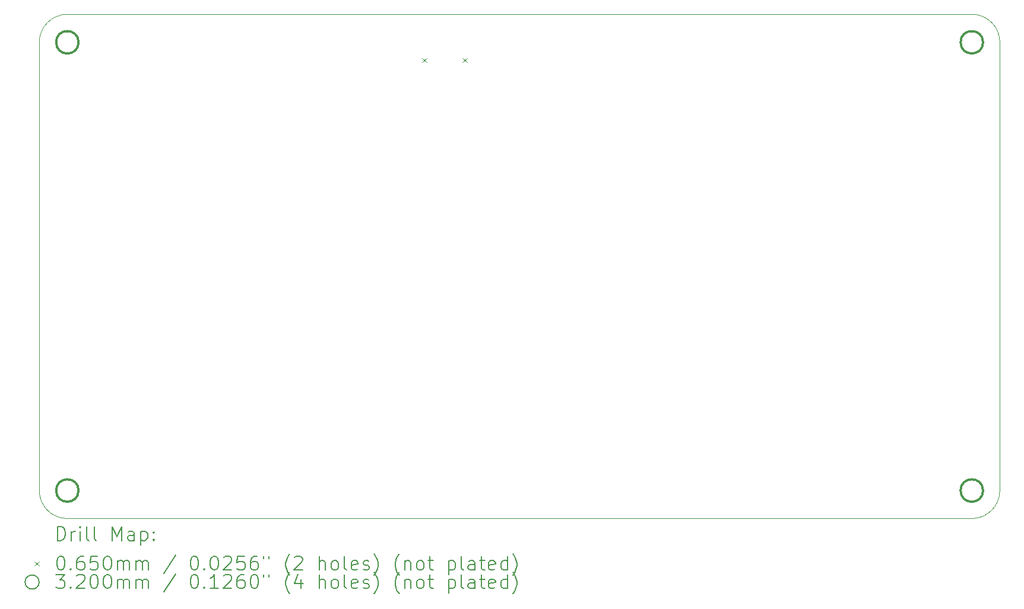
<source format=gbr>
%TF.GenerationSoftware,KiCad,Pcbnew,8.0.5*%
%TF.CreationDate,2025-01-19T00:45:54+09:00*%
%TF.ProjectId,NERD-HPC,4e455244-2d48-4504-932e-6b696361645f,rev?*%
%TF.SameCoordinates,Original*%
%TF.FileFunction,Drillmap*%
%TF.FilePolarity,Positive*%
%FSLAX45Y45*%
G04 Gerber Fmt 4.5, Leading zero omitted, Abs format (unit mm)*
G04 Created by KiCad (PCBNEW 8.0.5) date 2025-01-19 00:45:54*
%MOMM*%
%LPD*%
G01*
G04 APERTURE LIST*
%ADD10C,0.050000*%
%ADD11C,0.200000*%
%ADD12C,0.100000*%
%ADD13C,0.320000*%
G04 APERTURE END LIST*
D10*
X9300000Y-14500000D02*
G75*
G02*
X8900000Y-14100000I0J400000D01*
G01*
X22200000Y-7300000D02*
X9300000Y-7300000D01*
X22200000Y-7300000D02*
G75*
G02*
X22600000Y-7700000I0J-400000D01*
G01*
X8900000Y-7700000D02*
G75*
G02*
X9300000Y-7300000I400000J0D01*
G01*
X22600000Y-14100000D02*
X22600000Y-7700000D01*
X9300000Y-14500000D02*
X22200000Y-14500000D01*
X8900000Y-7700000D02*
X8900000Y-14100000D01*
X22600000Y-14100000D02*
G75*
G02*
X22200000Y-14500000I-400000J0D01*
G01*
D11*
D12*
X14359700Y-7924200D02*
X14424700Y-7989200D01*
X14424700Y-7924200D02*
X14359700Y-7989200D01*
X14937700Y-7924200D02*
X15002700Y-7989200D01*
X15002700Y-7924200D02*
X14937700Y-7989200D01*
D13*
X9460000Y-7700000D02*
G75*
G02*
X9140000Y-7700000I-160000J0D01*
G01*
X9140000Y-7700000D02*
G75*
G02*
X9460000Y-7700000I160000J0D01*
G01*
X9460000Y-14100000D02*
G75*
G02*
X9140000Y-14100000I-160000J0D01*
G01*
X9140000Y-14100000D02*
G75*
G02*
X9460000Y-14100000I160000J0D01*
G01*
X22360000Y-7700000D02*
G75*
G02*
X22040000Y-7700000I-160000J0D01*
G01*
X22040000Y-7700000D02*
G75*
G02*
X22360000Y-7700000I160000J0D01*
G01*
X22360000Y-14100000D02*
G75*
G02*
X22040000Y-14100000I-160000J0D01*
G01*
X22040000Y-14100000D02*
G75*
G02*
X22360000Y-14100000I160000J0D01*
G01*
D11*
X9158277Y-14813984D02*
X9158277Y-14613984D01*
X9158277Y-14613984D02*
X9205896Y-14613984D01*
X9205896Y-14613984D02*
X9234467Y-14623508D01*
X9234467Y-14623508D02*
X9253515Y-14642555D01*
X9253515Y-14642555D02*
X9263039Y-14661603D01*
X9263039Y-14661603D02*
X9272563Y-14699698D01*
X9272563Y-14699698D02*
X9272563Y-14728269D01*
X9272563Y-14728269D02*
X9263039Y-14766365D01*
X9263039Y-14766365D02*
X9253515Y-14785412D01*
X9253515Y-14785412D02*
X9234467Y-14804460D01*
X9234467Y-14804460D02*
X9205896Y-14813984D01*
X9205896Y-14813984D02*
X9158277Y-14813984D01*
X9358277Y-14813984D02*
X9358277Y-14680650D01*
X9358277Y-14718746D02*
X9367801Y-14699698D01*
X9367801Y-14699698D02*
X9377324Y-14690174D01*
X9377324Y-14690174D02*
X9396372Y-14680650D01*
X9396372Y-14680650D02*
X9415420Y-14680650D01*
X9482086Y-14813984D02*
X9482086Y-14680650D01*
X9482086Y-14613984D02*
X9472563Y-14623508D01*
X9472563Y-14623508D02*
X9482086Y-14633031D01*
X9482086Y-14633031D02*
X9491610Y-14623508D01*
X9491610Y-14623508D02*
X9482086Y-14613984D01*
X9482086Y-14613984D02*
X9482086Y-14633031D01*
X9605896Y-14813984D02*
X9586848Y-14804460D01*
X9586848Y-14804460D02*
X9577324Y-14785412D01*
X9577324Y-14785412D02*
X9577324Y-14613984D01*
X9710658Y-14813984D02*
X9691610Y-14804460D01*
X9691610Y-14804460D02*
X9682086Y-14785412D01*
X9682086Y-14785412D02*
X9682086Y-14613984D01*
X9939229Y-14813984D02*
X9939229Y-14613984D01*
X9939229Y-14613984D02*
X10005896Y-14756841D01*
X10005896Y-14756841D02*
X10072563Y-14613984D01*
X10072563Y-14613984D02*
X10072563Y-14813984D01*
X10253515Y-14813984D02*
X10253515Y-14709222D01*
X10253515Y-14709222D02*
X10243991Y-14690174D01*
X10243991Y-14690174D02*
X10224944Y-14680650D01*
X10224944Y-14680650D02*
X10186848Y-14680650D01*
X10186848Y-14680650D02*
X10167801Y-14690174D01*
X10253515Y-14804460D02*
X10234467Y-14813984D01*
X10234467Y-14813984D02*
X10186848Y-14813984D01*
X10186848Y-14813984D02*
X10167801Y-14804460D01*
X10167801Y-14804460D02*
X10158277Y-14785412D01*
X10158277Y-14785412D02*
X10158277Y-14766365D01*
X10158277Y-14766365D02*
X10167801Y-14747317D01*
X10167801Y-14747317D02*
X10186848Y-14737793D01*
X10186848Y-14737793D02*
X10234467Y-14737793D01*
X10234467Y-14737793D02*
X10253515Y-14728269D01*
X10348753Y-14680650D02*
X10348753Y-14880650D01*
X10348753Y-14690174D02*
X10367801Y-14680650D01*
X10367801Y-14680650D02*
X10405896Y-14680650D01*
X10405896Y-14680650D02*
X10424944Y-14690174D01*
X10424944Y-14690174D02*
X10434467Y-14699698D01*
X10434467Y-14699698D02*
X10443991Y-14718746D01*
X10443991Y-14718746D02*
X10443991Y-14775888D01*
X10443991Y-14775888D02*
X10434467Y-14794936D01*
X10434467Y-14794936D02*
X10424944Y-14804460D01*
X10424944Y-14804460D02*
X10405896Y-14813984D01*
X10405896Y-14813984D02*
X10367801Y-14813984D01*
X10367801Y-14813984D02*
X10348753Y-14804460D01*
X10529705Y-14794936D02*
X10539229Y-14804460D01*
X10539229Y-14804460D02*
X10529705Y-14813984D01*
X10529705Y-14813984D02*
X10520182Y-14804460D01*
X10520182Y-14804460D02*
X10529705Y-14794936D01*
X10529705Y-14794936D02*
X10529705Y-14813984D01*
X10529705Y-14690174D02*
X10539229Y-14699698D01*
X10539229Y-14699698D02*
X10529705Y-14709222D01*
X10529705Y-14709222D02*
X10520182Y-14699698D01*
X10520182Y-14699698D02*
X10529705Y-14690174D01*
X10529705Y-14690174D02*
X10529705Y-14709222D01*
D12*
X8832500Y-15110000D02*
X8897500Y-15175000D01*
X8897500Y-15110000D02*
X8832500Y-15175000D01*
D11*
X9196372Y-15033984D02*
X9215420Y-15033984D01*
X9215420Y-15033984D02*
X9234467Y-15043508D01*
X9234467Y-15043508D02*
X9243991Y-15053031D01*
X9243991Y-15053031D02*
X9253515Y-15072079D01*
X9253515Y-15072079D02*
X9263039Y-15110174D01*
X9263039Y-15110174D02*
X9263039Y-15157793D01*
X9263039Y-15157793D02*
X9253515Y-15195888D01*
X9253515Y-15195888D02*
X9243991Y-15214936D01*
X9243991Y-15214936D02*
X9234467Y-15224460D01*
X9234467Y-15224460D02*
X9215420Y-15233984D01*
X9215420Y-15233984D02*
X9196372Y-15233984D01*
X9196372Y-15233984D02*
X9177324Y-15224460D01*
X9177324Y-15224460D02*
X9167801Y-15214936D01*
X9167801Y-15214936D02*
X9158277Y-15195888D01*
X9158277Y-15195888D02*
X9148753Y-15157793D01*
X9148753Y-15157793D02*
X9148753Y-15110174D01*
X9148753Y-15110174D02*
X9158277Y-15072079D01*
X9158277Y-15072079D02*
X9167801Y-15053031D01*
X9167801Y-15053031D02*
X9177324Y-15043508D01*
X9177324Y-15043508D02*
X9196372Y-15033984D01*
X9348753Y-15214936D02*
X9358277Y-15224460D01*
X9358277Y-15224460D02*
X9348753Y-15233984D01*
X9348753Y-15233984D02*
X9339229Y-15224460D01*
X9339229Y-15224460D02*
X9348753Y-15214936D01*
X9348753Y-15214936D02*
X9348753Y-15233984D01*
X9529705Y-15033984D02*
X9491610Y-15033984D01*
X9491610Y-15033984D02*
X9472563Y-15043508D01*
X9472563Y-15043508D02*
X9463039Y-15053031D01*
X9463039Y-15053031D02*
X9443991Y-15081603D01*
X9443991Y-15081603D02*
X9434467Y-15119698D01*
X9434467Y-15119698D02*
X9434467Y-15195888D01*
X9434467Y-15195888D02*
X9443991Y-15214936D01*
X9443991Y-15214936D02*
X9453515Y-15224460D01*
X9453515Y-15224460D02*
X9472563Y-15233984D01*
X9472563Y-15233984D02*
X9510658Y-15233984D01*
X9510658Y-15233984D02*
X9529705Y-15224460D01*
X9529705Y-15224460D02*
X9539229Y-15214936D01*
X9539229Y-15214936D02*
X9548753Y-15195888D01*
X9548753Y-15195888D02*
X9548753Y-15148269D01*
X9548753Y-15148269D02*
X9539229Y-15129222D01*
X9539229Y-15129222D02*
X9529705Y-15119698D01*
X9529705Y-15119698D02*
X9510658Y-15110174D01*
X9510658Y-15110174D02*
X9472563Y-15110174D01*
X9472563Y-15110174D02*
X9453515Y-15119698D01*
X9453515Y-15119698D02*
X9443991Y-15129222D01*
X9443991Y-15129222D02*
X9434467Y-15148269D01*
X9729705Y-15033984D02*
X9634467Y-15033984D01*
X9634467Y-15033984D02*
X9624944Y-15129222D01*
X9624944Y-15129222D02*
X9634467Y-15119698D01*
X9634467Y-15119698D02*
X9653515Y-15110174D01*
X9653515Y-15110174D02*
X9701134Y-15110174D01*
X9701134Y-15110174D02*
X9720182Y-15119698D01*
X9720182Y-15119698D02*
X9729705Y-15129222D01*
X9729705Y-15129222D02*
X9739229Y-15148269D01*
X9739229Y-15148269D02*
X9739229Y-15195888D01*
X9739229Y-15195888D02*
X9729705Y-15214936D01*
X9729705Y-15214936D02*
X9720182Y-15224460D01*
X9720182Y-15224460D02*
X9701134Y-15233984D01*
X9701134Y-15233984D02*
X9653515Y-15233984D01*
X9653515Y-15233984D02*
X9634467Y-15224460D01*
X9634467Y-15224460D02*
X9624944Y-15214936D01*
X9863039Y-15033984D02*
X9882086Y-15033984D01*
X9882086Y-15033984D02*
X9901134Y-15043508D01*
X9901134Y-15043508D02*
X9910658Y-15053031D01*
X9910658Y-15053031D02*
X9920182Y-15072079D01*
X9920182Y-15072079D02*
X9929705Y-15110174D01*
X9929705Y-15110174D02*
X9929705Y-15157793D01*
X9929705Y-15157793D02*
X9920182Y-15195888D01*
X9920182Y-15195888D02*
X9910658Y-15214936D01*
X9910658Y-15214936D02*
X9901134Y-15224460D01*
X9901134Y-15224460D02*
X9882086Y-15233984D01*
X9882086Y-15233984D02*
X9863039Y-15233984D01*
X9863039Y-15233984D02*
X9843991Y-15224460D01*
X9843991Y-15224460D02*
X9834467Y-15214936D01*
X9834467Y-15214936D02*
X9824944Y-15195888D01*
X9824944Y-15195888D02*
X9815420Y-15157793D01*
X9815420Y-15157793D02*
X9815420Y-15110174D01*
X9815420Y-15110174D02*
X9824944Y-15072079D01*
X9824944Y-15072079D02*
X9834467Y-15053031D01*
X9834467Y-15053031D02*
X9843991Y-15043508D01*
X9843991Y-15043508D02*
X9863039Y-15033984D01*
X10015420Y-15233984D02*
X10015420Y-15100650D01*
X10015420Y-15119698D02*
X10024944Y-15110174D01*
X10024944Y-15110174D02*
X10043991Y-15100650D01*
X10043991Y-15100650D02*
X10072563Y-15100650D01*
X10072563Y-15100650D02*
X10091610Y-15110174D01*
X10091610Y-15110174D02*
X10101134Y-15129222D01*
X10101134Y-15129222D02*
X10101134Y-15233984D01*
X10101134Y-15129222D02*
X10110658Y-15110174D01*
X10110658Y-15110174D02*
X10129705Y-15100650D01*
X10129705Y-15100650D02*
X10158277Y-15100650D01*
X10158277Y-15100650D02*
X10177325Y-15110174D01*
X10177325Y-15110174D02*
X10186848Y-15129222D01*
X10186848Y-15129222D02*
X10186848Y-15233984D01*
X10282086Y-15233984D02*
X10282086Y-15100650D01*
X10282086Y-15119698D02*
X10291610Y-15110174D01*
X10291610Y-15110174D02*
X10310658Y-15100650D01*
X10310658Y-15100650D02*
X10339229Y-15100650D01*
X10339229Y-15100650D02*
X10358277Y-15110174D01*
X10358277Y-15110174D02*
X10367801Y-15129222D01*
X10367801Y-15129222D02*
X10367801Y-15233984D01*
X10367801Y-15129222D02*
X10377325Y-15110174D01*
X10377325Y-15110174D02*
X10396372Y-15100650D01*
X10396372Y-15100650D02*
X10424944Y-15100650D01*
X10424944Y-15100650D02*
X10443991Y-15110174D01*
X10443991Y-15110174D02*
X10453515Y-15129222D01*
X10453515Y-15129222D02*
X10453515Y-15233984D01*
X10843991Y-15024460D02*
X10672563Y-15281603D01*
X11101134Y-15033984D02*
X11120182Y-15033984D01*
X11120182Y-15033984D02*
X11139229Y-15043508D01*
X11139229Y-15043508D02*
X11148753Y-15053031D01*
X11148753Y-15053031D02*
X11158277Y-15072079D01*
X11158277Y-15072079D02*
X11167801Y-15110174D01*
X11167801Y-15110174D02*
X11167801Y-15157793D01*
X11167801Y-15157793D02*
X11158277Y-15195888D01*
X11158277Y-15195888D02*
X11148753Y-15214936D01*
X11148753Y-15214936D02*
X11139229Y-15224460D01*
X11139229Y-15224460D02*
X11120182Y-15233984D01*
X11120182Y-15233984D02*
X11101134Y-15233984D01*
X11101134Y-15233984D02*
X11082087Y-15224460D01*
X11082087Y-15224460D02*
X11072563Y-15214936D01*
X11072563Y-15214936D02*
X11063039Y-15195888D01*
X11063039Y-15195888D02*
X11053515Y-15157793D01*
X11053515Y-15157793D02*
X11053515Y-15110174D01*
X11053515Y-15110174D02*
X11063039Y-15072079D01*
X11063039Y-15072079D02*
X11072563Y-15053031D01*
X11072563Y-15053031D02*
X11082087Y-15043508D01*
X11082087Y-15043508D02*
X11101134Y-15033984D01*
X11253515Y-15214936D02*
X11263039Y-15224460D01*
X11263039Y-15224460D02*
X11253515Y-15233984D01*
X11253515Y-15233984D02*
X11243991Y-15224460D01*
X11243991Y-15224460D02*
X11253515Y-15214936D01*
X11253515Y-15214936D02*
X11253515Y-15233984D01*
X11386848Y-15033984D02*
X11405896Y-15033984D01*
X11405896Y-15033984D02*
X11424944Y-15043508D01*
X11424944Y-15043508D02*
X11434467Y-15053031D01*
X11434467Y-15053031D02*
X11443991Y-15072079D01*
X11443991Y-15072079D02*
X11453515Y-15110174D01*
X11453515Y-15110174D02*
X11453515Y-15157793D01*
X11453515Y-15157793D02*
X11443991Y-15195888D01*
X11443991Y-15195888D02*
X11434467Y-15214936D01*
X11434467Y-15214936D02*
X11424944Y-15224460D01*
X11424944Y-15224460D02*
X11405896Y-15233984D01*
X11405896Y-15233984D02*
X11386848Y-15233984D01*
X11386848Y-15233984D02*
X11367801Y-15224460D01*
X11367801Y-15224460D02*
X11358277Y-15214936D01*
X11358277Y-15214936D02*
X11348753Y-15195888D01*
X11348753Y-15195888D02*
X11339229Y-15157793D01*
X11339229Y-15157793D02*
X11339229Y-15110174D01*
X11339229Y-15110174D02*
X11348753Y-15072079D01*
X11348753Y-15072079D02*
X11358277Y-15053031D01*
X11358277Y-15053031D02*
X11367801Y-15043508D01*
X11367801Y-15043508D02*
X11386848Y-15033984D01*
X11529706Y-15053031D02*
X11539229Y-15043508D01*
X11539229Y-15043508D02*
X11558277Y-15033984D01*
X11558277Y-15033984D02*
X11605896Y-15033984D01*
X11605896Y-15033984D02*
X11624944Y-15043508D01*
X11624944Y-15043508D02*
X11634467Y-15053031D01*
X11634467Y-15053031D02*
X11643991Y-15072079D01*
X11643991Y-15072079D02*
X11643991Y-15091127D01*
X11643991Y-15091127D02*
X11634467Y-15119698D01*
X11634467Y-15119698D02*
X11520182Y-15233984D01*
X11520182Y-15233984D02*
X11643991Y-15233984D01*
X11824944Y-15033984D02*
X11729706Y-15033984D01*
X11729706Y-15033984D02*
X11720182Y-15129222D01*
X11720182Y-15129222D02*
X11729706Y-15119698D01*
X11729706Y-15119698D02*
X11748753Y-15110174D01*
X11748753Y-15110174D02*
X11796372Y-15110174D01*
X11796372Y-15110174D02*
X11815420Y-15119698D01*
X11815420Y-15119698D02*
X11824944Y-15129222D01*
X11824944Y-15129222D02*
X11834467Y-15148269D01*
X11834467Y-15148269D02*
X11834467Y-15195888D01*
X11834467Y-15195888D02*
X11824944Y-15214936D01*
X11824944Y-15214936D02*
X11815420Y-15224460D01*
X11815420Y-15224460D02*
X11796372Y-15233984D01*
X11796372Y-15233984D02*
X11748753Y-15233984D01*
X11748753Y-15233984D02*
X11729706Y-15224460D01*
X11729706Y-15224460D02*
X11720182Y-15214936D01*
X12005896Y-15033984D02*
X11967801Y-15033984D01*
X11967801Y-15033984D02*
X11948753Y-15043508D01*
X11948753Y-15043508D02*
X11939229Y-15053031D01*
X11939229Y-15053031D02*
X11920182Y-15081603D01*
X11920182Y-15081603D02*
X11910658Y-15119698D01*
X11910658Y-15119698D02*
X11910658Y-15195888D01*
X11910658Y-15195888D02*
X11920182Y-15214936D01*
X11920182Y-15214936D02*
X11929706Y-15224460D01*
X11929706Y-15224460D02*
X11948753Y-15233984D01*
X11948753Y-15233984D02*
X11986848Y-15233984D01*
X11986848Y-15233984D02*
X12005896Y-15224460D01*
X12005896Y-15224460D02*
X12015420Y-15214936D01*
X12015420Y-15214936D02*
X12024944Y-15195888D01*
X12024944Y-15195888D02*
X12024944Y-15148269D01*
X12024944Y-15148269D02*
X12015420Y-15129222D01*
X12015420Y-15129222D02*
X12005896Y-15119698D01*
X12005896Y-15119698D02*
X11986848Y-15110174D01*
X11986848Y-15110174D02*
X11948753Y-15110174D01*
X11948753Y-15110174D02*
X11929706Y-15119698D01*
X11929706Y-15119698D02*
X11920182Y-15129222D01*
X11920182Y-15129222D02*
X11910658Y-15148269D01*
X12101134Y-15033984D02*
X12101134Y-15072079D01*
X12177325Y-15033984D02*
X12177325Y-15072079D01*
X12472563Y-15310174D02*
X12463039Y-15300650D01*
X12463039Y-15300650D02*
X12443991Y-15272079D01*
X12443991Y-15272079D02*
X12434468Y-15253031D01*
X12434468Y-15253031D02*
X12424944Y-15224460D01*
X12424944Y-15224460D02*
X12415420Y-15176841D01*
X12415420Y-15176841D02*
X12415420Y-15138746D01*
X12415420Y-15138746D02*
X12424944Y-15091127D01*
X12424944Y-15091127D02*
X12434468Y-15062555D01*
X12434468Y-15062555D02*
X12443991Y-15043508D01*
X12443991Y-15043508D02*
X12463039Y-15014936D01*
X12463039Y-15014936D02*
X12472563Y-15005412D01*
X12539229Y-15053031D02*
X12548753Y-15043508D01*
X12548753Y-15043508D02*
X12567801Y-15033984D01*
X12567801Y-15033984D02*
X12615420Y-15033984D01*
X12615420Y-15033984D02*
X12634468Y-15043508D01*
X12634468Y-15043508D02*
X12643991Y-15053031D01*
X12643991Y-15053031D02*
X12653515Y-15072079D01*
X12653515Y-15072079D02*
X12653515Y-15091127D01*
X12653515Y-15091127D02*
X12643991Y-15119698D01*
X12643991Y-15119698D02*
X12529706Y-15233984D01*
X12529706Y-15233984D02*
X12653515Y-15233984D01*
X12891610Y-15233984D02*
X12891610Y-15033984D01*
X12977325Y-15233984D02*
X12977325Y-15129222D01*
X12977325Y-15129222D02*
X12967801Y-15110174D01*
X12967801Y-15110174D02*
X12948753Y-15100650D01*
X12948753Y-15100650D02*
X12920182Y-15100650D01*
X12920182Y-15100650D02*
X12901134Y-15110174D01*
X12901134Y-15110174D02*
X12891610Y-15119698D01*
X13101134Y-15233984D02*
X13082087Y-15224460D01*
X13082087Y-15224460D02*
X13072563Y-15214936D01*
X13072563Y-15214936D02*
X13063039Y-15195888D01*
X13063039Y-15195888D02*
X13063039Y-15138746D01*
X13063039Y-15138746D02*
X13072563Y-15119698D01*
X13072563Y-15119698D02*
X13082087Y-15110174D01*
X13082087Y-15110174D02*
X13101134Y-15100650D01*
X13101134Y-15100650D02*
X13129706Y-15100650D01*
X13129706Y-15100650D02*
X13148753Y-15110174D01*
X13148753Y-15110174D02*
X13158277Y-15119698D01*
X13158277Y-15119698D02*
X13167801Y-15138746D01*
X13167801Y-15138746D02*
X13167801Y-15195888D01*
X13167801Y-15195888D02*
X13158277Y-15214936D01*
X13158277Y-15214936D02*
X13148753Y-15224460D01*
X13148753Y-15224460D02*
X13129706Y-15233984D01*
X13129706Y-15233984D02*
X13101134Y-15233984D01*
X13282087Y-15233984D02*
X13263039Y-15224460D01*
X13263039Y-15224460D02*
X13253515Y-15205412D01*
X13253515Y-15205412D02*
X13253515Y-15033984D01*
X13434468Y-15224460D02*
X13415420Y-15233984D01*
X13415420Y-15233984D02*
X13377325Y-15233984D01*
X13377325Y-15233984D02*
X13358277Y-15224460D01*
X13358277Y-15224460D02*
X13348753Y-15205412D01*
X13348753Y-15205412D02*
X13348753Y-15129222D01*
X13348753Y-15129222D02*
X13358277Y-15110174D01*
X13358277Y-15110174D02*
X13377325Y-15100650D01*
X13377325Y-15100650D02*
X13415420Y-15100650D01*
X13415420Y-15100650D02*
X13434468Y-15110174D01*
X13434468Y-15110174D02*
X13443991Y-15129222D01*
X13443991Y-15129222D02*
X13443991Y-15148269D01*
X13443991Y-15148269D02*
X13348753Y-15167317D01*
X13520182Y-15224460D02*
X13539230Y-15233984D01*
X13539230Y-15233984D02*
X13577325Y-15233984D01*
X13577325Y-15233984D02*
X13596372Y-15224460D01*
X13596372Y-15224460D02*
X13605896Y-15205412D01*
X13605896Y-15205412D02*
X13605896Y-15195888D01*
X13605896Y-15195888D02*
X13596372Y-15176841D01*
X13596372Y-15176841D02*
X13577325Y-15167317D01*
X13577325Y-15167317D02*
X13548753Y-15167317D01*
X13548753Y-15167317D02*
X13529706Y-15157793D01*
X13529706Y-15157793D02*
X13520182Y-15138746D01*
X13520182Y-15138746D02*
X13520182Y-15129222D01*
X13520182Y-15129222D02*
X13529706Y-15110174D01*
X13529706Y-15110174D02*
X13548753Y-15100650D01*
X13548753Y-15100650D02*
X13577325Y-15100650D01*
X13577325Y-15100650D02*
X13596372Y-15110174D01*
X13672563Y-15310174D02*
X13682087Y-15300650D01*
X13682087Y-15300650D02*
X13701134Y-15272079D01*
X13701134Y-15272079D02*
X13710658Y-15253031D01*
X13710658Y-15253031D02*
X13720182Y-15224460D01*
X13720182Y-15224460D02*
X13729706Y-15176841D01*
X13729706Y-15176841D02*
X13729706Y-15138746D01*
X13729706Y-15138746D02*
X13720182Y-15091127D01*
X13720182Y-15091127D02*
X13710658Y-15062555D01*
X13710658Y-15062555D02*
X13701134Y-15043508D01*
X13701134Y-15043508D02*
X13682087Y-15014936D01*
X13682087Y-15014936D02*
X13672563Y-15005412D01*
X14034468Y-15310174D02*
X14024944Y-15300650D01*
X14024944Y-15300650D02*
X14005896Y-15272079D01*
X14005896Y-15272079D02*
X13996372Y-15253031D01*
X13996372Y-15253031D02*
X13986849Y-15224460D01*
X13986849Y-15224460D02*
X13977325Y-15176841D01*
X13977325Y-15176841D02*
X13977325Y-15138746D01*
X13977325Y-15138746D02*
X13986849Y-15091127D01*
X13986849Y-15091127D02*
X13996372Y-15062555D01*
X13996372Y-15062555D02*
X14005896Y-15043508D01*
X14005896Y-15043508D02*
X14024944Y-15014936D01*
X14024944Y-15014936D02*
X14034468Y-15005412D01*
X14110658Y-15100650D02*
X14110658Y-15233984D01*
X14110658Y-15119698D02*
X14120182Y-15110174D01*
X14120182Y-15110174D02*
X14139230Y-15100650D01*
X14139230Y-15100650D02*
X14167801Y-15100650D01*
X14167801Y-15100650D02*
X14186849Y-15110174D01*
X14186849Y-15110174D02*
X14196372Y-15129222D01*
X14196372Y-15129222D02*
X14196372Y-15233984D01*
X14320182Y-15233984D02*
X14301134Y-15224460D01*
X14301134Y-15224460D02*
X14291611Y-15214936D01*
X14291611Y-15214936D02*
X14282087Y-15195888D01*
X14282087Y-15195888D02*
X14282087Y-15138746D01*
X14282087Y-15138746D02*
X14291611Y-15119698D01*
X14291611Y-15119698D02*
X14301134Y-15110174D01*
X14301134Y-15110174D02*
X14320182Y-15100650D01*
X14320182Y-15100650D02*
X14348753Y-15100650D01*
X14348753Y-15100650D02*
X14367801Y-15110174D01*
X14367801Y-15110174D02*
X14377325Y-15119698D01*
X14377325Y-15119698D02*
X14386849Y-15138746D01*
X14386849Y-15138746D02*
X14386849Y-15195888D01*
X14386849Y-15195888D02*
X14377325Y-15214936D01*
X14377325Y-15214936D02*
X14367801Y-15224460D01*
X14367801Y-15224460D02*
X14348753Y-15233984D01*
X14348753Y-15233984D02*
X14320182Y-15233984D01*
X14443992Y-15100650D02*
X14520182Y-15100650D01*
X14472563Y-15033984D02*
X14472563Y-15205412D01*
X14472563Y-15205412D02*
X14482087Y-15224460D01*
X14482087Y-15224460D02*
X14501134Y-15233984D01*
X14501134Y-15233984D02*
X14520182Y-15233984D01*
X14739230Y-15100650D02*
X14739230Y-15300650D01*
X14739230Y-15110174D02*
X14758277Y-15100650D01*
X14758277Y-15100650D02*
X14796373Y-15100650D01*
X14796373Y-15100650D02*
X14815420Y-15110174D01*
X14815420Y-15110174D02*
X14824944Y-15119698D01*
X14824944Y-15119698D02*
X14834468Y-15138746D01*
X14834468Y-15138746D02*
X14834468Y-15195888D01*
X14834468Y-15195888D02*
X14824944Y-15214936D01*
X14824944Y-15214936D02*
X14815420Y-15224460D01*
X14815420Y-15224460D02*
X14796373Y-15233984D01*
X14796373Y-15233984D02*
X14758277Y-15233984D01*
X14758277Y-15233984D02*
X14739230Y-15224460D01*
X14948753Y-15233984D02*
X14929706Y-15224460D01*
X14929706Y-15224460D02*
X14920182Y-15205412D01*
X14920182Y-15205412D02*
X14920182Y-15033984D01*
X15110658Y-15233984D02*
X15110658Y-15129222D01*
X15110658Y-15129222D02*
X15101134Y-15110174D01*
X15101134Y-15110174D02*
X15082087Y-15100650D01*
X15082087Y-15100650D02*
X15043992Y-15100650D01*
X15043992Y-15100650D02*
X15024944Y-15110174D01*
X15110658Y-15224460D02*
X15091611Y-15233984D01*
X15091611Y-15233984D02*
X15043992Y-15233984D01*
X15043992Y-15233984D02*
X15024944Y-15224460D01*
X15024944Y-15224460D02*
X15015420Y-15205412D01*
X15015420Y-15205412D02*
X15015420Y-15186365D01*
X15015420Y-15186365D02*
X15024944Y-15167317D01*
X15024944Y-15167317D02*
X15043992Y-15157793D01*
X15043992Y-15157793D02*
X15091611Y-15157793D01*
X15091611Y-15157793D02*
X15110658Y-15148269D01*
X15177325Y-15100650D02*
X15253515Y-15100650D01*
X15205896Y-15033984D02*
X15205896Y-15205412D01*
X15205896Y-15205412D02*
X15215420Y-15224460D01*
X15215420Y-15224460D02*
X15234468Y-15233984D01*
X15234468Y-15233984D02*
X15253515Y-15233984D01*
X15396373Y-15224460D02*
X15377325Y-15233984D01*
X15377325Y-15233984D02*
X15339230Y-15233984D01*
X15339230Y-15233984D02*
X15320182Y-15224460D01*
X15320182Y-15224460D02*
X15310658Y-15205412D01*
X15310658Y-15205412D02*
X15310658Y-15129222D01*
X15310658Y-15129222D02*
X15320182Y-15110174D01*
X15320182Y-15110174D02*
X15339230Y-15100650D01*
X15339230Y-15100650D02*
X15377325Y-15100650D01*
X15377325Y-15100650D02*
X15396373Y-15110174D01*
X15396373Y-15110174D02*
X15405896Y-15129222D01*
X15405896Y-15129222D02*
X15405896Y-15148269D01*
X15405896Y-15148269D02*
X15310658Y-15167317D01*
X15577325Y-15233984D02*
X15577325Y-15033984D01*
X15577325Y-15224460D02*
X15558277Y-15233984D01*
X15558277Y-15233984D02*
X15520182Y-15233984D01*
X15520182Y-15233984D02*
X15501134Y-15224460D01*
X15501134Y-15224460D02*
X15491611Y-15214936D01*
X15491611Y-15214936D02*
X15482087Y-15195888D01*
X15482087Y-15195888D02*
X15482087Y-15138746D01*
X15482087Y-15138746D02*
X15491611Y-15119698D01*
X15491611Y-15119698D02*
X15501134Y-15110174D01*
X15501134Y-15110174D02*
X15520182Y-15100650D01*
X15520182Y-15100650D02*
X15558277Y-15100650D01*
X15558277Y-15100650D02*
X15577325Y-15110174D01*
X15653515Y-15310174D02*
X15663039Y-15300650D01*
X15663039Y-15300650D02*
X15682087Y-15272079D01*
X15682087Y-15272079D02*
X15691611Y-15253031D01*
X15691611Y-15253031D02*
X15701134Y-15224460D01*
X15701134Y-15224460D02*
X15710658Y-15176841D01*
X15710658Y-15176841D02*
X15710658Y-15138746D01*
X15710658Y-15138746D02*
X15701134Y-15091127D01*
X15701134Y-15091127D02*
X15691611Y-15062555D01*
X15691611Y-15062555D02*
X15682087Y-15043508D01*
X15682087Y-15043508D02*
X15663039Y-15014936D01*
X15663039Y-15014936D02*
X15653515Y-15005412D01*
X8897500Y-15406500D02*
G75*
G02*
X8697500Y-15406500I-100000J0D01*
G01*
X8697500Y-15406500D02*
G75*
G02*
X8897500Y-15406500I100000J0D01*
G01*
X9139229Y-15297984D02*
X9263039Y-15297984D01*
X9263039Y-15297984D02*
X9196372Y-15374174D01*
X9196372Y-15374174D02*
X9224944Y-15374174D01*
X9224944Y-15374174D02*
X9243991Y-15383698D01*
X9243991Y-15383698D02*
X9253515Y-15393222D01*
X9253515Y-15393222D02*
X9263039Y-15412269D01*
X9263039Y-15412269D02*
X9263039Y-15459888D01*
X9263039Y-15459888D02*
X9253515Y-15478936D01*
X9253515Y-15478936D02*
X9243991Y-15488460D01*
X9243991Y-15488460D02*
X9224944Y-15497984D01*
X9224944Y-15497984D02*
X9167801Y-15497984D01*
X9167801Y-15497984D02*
X9148753Y-15488460D01*
X9148753Y-15488460D02*
X9139229Y-15478936D01*
X9348753Y-15478936D02*
X9358277Y-15488460D01*
X9358277Y-15488460D02*
X9348753Y-15497984D01*
X9348753Y-15497984D02*
X9339229Y-15488460D01*
X9339229Y-15488460D02*
X9348753Y-15478936D01*
X9348753Y-15478936D02*
X9348753Y-15497984D01*
X9434467Y-15317031D02*
X9443991Y-15307508D01*
X9443991Y-15307508D02*
X9463039Y-15297984D01*
X9463039Y-15297984D02*
X9510658Y-15297984D01*
X9510658Y-15297984D02*
X9529705Y-15307508D01*
X9529705Y-15307508D02*
X9539229Y-15317031D01*
X9539229Y-15317031D02*
X9548753Y-15336079D01*
X9548753Y-15336079D02*
X9548753Y-15355127D01*
X9548753Y-15355127D02*
X9539229Y-15383698D01*
X9539229Y-15383698D02*
X9424944Y-15497984D01*
X9424944Y-15497984D02*
X9548753Y-15497984D01*
X9672563Y-15297984D02*
X9691610Y-15297984D01*
X9691610Y-15297984D02*
X9710658Y-15307508D01*
X9710658Y-15307508D02*
X9720182Y-15317031D01*
X9720182Y-15317031D02*
X9729705Y-15336079D01*
X9729705Y-15336079D02*
X9739229Y-15374174D01*
X9739229Y-15374174D02*
X9739229Y-15421793D01*
X9739229Y-15421793D02*
X9729705Y-15459888D01*
X9729705Y-15459888D02*
X9720182Y-15478936D01*
X9720182Y-15478936D02*
X9710658Y-15488460D01*
X9710658Y-15488460D02*
X9691610Y-15497984D01*
X9691610Y-15497984D02*
X9672563Y-15497984D01*
X9672563Y-15497984D02*
X9653515Y-15488460D01*
X9653515Y-15488460D02*
X9643991Y-15478936D01*
X9643991Y-15478936D02*
X9634467Y-15459888D01*
X9634467Y-15459888D02*
X9624944Y-15421793D01*
X9624944Y-15421793D02*
X9624944Y-15374174D01*
X9624944Y-15374174D02*
X9634467Y-15336079D01*
X9634467Y-15336079D02*
X9643991Y-15317031D01*
X9643991Y-15317031D02*
X9653515Y-15307508D01*
X9653515Y-15307508D02*
X9672563Y-15297984D01*
X9863039Y-15297984D02*
X9882086Y-15297984D01*
X9882086Y-15297984D02*
X9901134Y-15307508D01*
X9901134Y-15307508D02*
X9910658Y-15317031D01*
X9910658Y-15317031D02*
X9920182Y-15336079D01*
X9920182Y-15336079D02*
X9929705Y-15374174D01*
X9929705Y-15374174D02*
X9929705Y-15421793D01*
X9929705Y-15421793D02*
X9920182Y-15459888D01*
X9920182Y-15459888D02*
X9910658Y-15478936D01*
X9910658Y-15478936D02*
X9901134Y-15488460D01*
X9901134Y-15488460D02*
X9882086Y-15497984D01*
X9882086Y-15497984D02*
X9863039Y-15497984D01*
X9863039Y-15497984D02*
X9843991Y-15488460D01*
X9843991Y-15488460D02*
X9834467Y-15478936D01*
X9834467Y-15478936D02*
X9824944Y-15459888D01*
X9824944Y-15459888D02*
X9815420Y-15421793D01*
X9815420Y-15421793D02*
X9815420Y-15374174D01*
X9815420Y-15374174D02*
X9824944Y-15336079D01*
X9824944Y-15336079D02*
X9834467Y-15317031D01*
X9834467Y-15317031D02*
X9843991Y-15307508D01*
X9843991Y-15307508D02*
X9863039Y-15297984D01*
X10015420Y-15497984D02*
X10015420Y-15364650D01*
X10015420Y-15383698D02*
X10024944Y-15374174D01*
X10024944Y-15374174D02*
X10043991Y-15364650D01*
X10043991Y-15364650D02*
X10072563Y-15364650D01*
X10072563Y-15364650D02*
X10091610Y-15374174D01*
X10091610Y-15374174D02*
X10101134Y-15393222D01*
X10101134Y-15393222D02*
X10101134Y-15497984D01*
X10101134Y-15393222D02*
X10110658Y-15374174D01*
X10110658Y-15374174D02*
X10129705Y-15364650D01*
X10129705Y-15364650D02*
X10158277Y-15364650D01*
X10158277Y-15364650D02*
X10177325Y-15374174D01*
X10177325Y-15374174D02*
X10186848Y-15393222D01*
X10186848Y-15393222D02*
X10186848Y-15497984D01*
X10282086Y-15497984D02*
X10282086Y-15364650D01*
X10282086Y-15383698D02*
X10291610Y-15374174D01*
X10291610Y-15374174D02*
X10310658Y-15364650D01*
X10310658Y-15364650D02*
X10339229Y-15364650D01*
X10339229Y-15364650D02*
X10358277Y-15374174D01*
X10358277Y-15374174D02*
X10367801Y-15393222D01*
X10367801Y-15393222D02*
X10367801Y-15497984D01*
X10367801Y-15393222D02*
X10377325Y-15374174D01*
X10377325Y-15374174D02*
X10396372Y-15364650D01*
X10396372Y-15364650D02*
X10424944Y-15364650D01*
X10424944Y-15364650D02*
X10443991Y-15374174D01*
X10443991Y-15374174D02*
X10453515Y-15393222D01*
X10453515Y-15393222D02*
X10453515Y-15497984D01*
X10843991Y-15288460D02*
X10672563Y-15545603D01*
X11101134Y-15297984D02*
X11120182Y-15297984D01*
X11120182Y-15297984D02*
X11139229Y-15307508D01*
X11139229Y-15307508D02*
X11148753Y-15317031D01*
X11148753Y-15317031D02*
X11158277Y-15336079D01*
X11158277Y-15336079D02*
X11167801Y-15374174D01*
X11167801Y-15374174D02*
X11167801Y-15421793D01*
X11167801Y-15421793D02*
X11158277Y-15459888D01*
X11158277Y-15459888D02*
X11148753Y-15478936D01*
X11148753Y-15478936D02*
X11139229Y-15488460D01*
X11139229Y-15488460D02*
X11120182Y-15497984D01*
X11120182Y-15497984D02*
X11101134Y-15497984D01*
X11101134Y-15497984D02*
X11082087Y-15488460D01*
X11082087Y-15488460D02*
X11072563Y-15478936D01*
X11072563Y-15478936D02*
X11063039Y-15459888D01*
X11063039Y-15459888D02*
X11053515Y-15421793D01*
X11053515Y-15421793D02*
X11053515Y-15374174D01*
X11053515Y-15374174D02*
X11063039Y-15336079D01*
X11063039Y-15336079D02*
X11072563Y-15317031D01*
X11072563Y-15317031D02*
X11082087Y-15307508D01*
X11082087Y-15307508D02*
X11101134Y-15297984D01*
X11253515Y-15478936D02*
X11263039Y-15488460D01*
X11263039Y-15488460D02*
X11253515Y-15497984D01*
X11253515Y-15497984D02*
X11243991Y-15488460D01*
X11243991Y-15488460D02*
X11253515Y-15478936D01*
X11253515Y-15478936D02*
X11253515Y-15497984D01*
X11453515Y-15497984D02*
X11339229Y-15497984D01*
X11396372Y-15497984D02*
X11396372Y-15297984D01*
X11396372Y-15297984D02*
X11377325Y-15326555D01*
X11377325Y-15326555D02*
X11358277Y-15345603D01*
X11358277Y-15345603D02*
X11339229Y-15355127D01*
X11529706Y-15317031D02*
X11539229Y-15307508D01*
X11539229Y-15307508D02*
X11558277Y-15297984D01*
X11558277Y-15297984D02*
X11605896Y-15297984D01*
X11605896Y-15297984D02*
X11624944Y-15307508D01*
X11624944Y-15307508D02*
X11634467Y-15317031D01*
X11634467Y-15317031D02*
X11643991Y-15336079D01*
X11643991Y-15336079D02*
X11643991Y-15355127D01*
X11643991Y-15355127D02*
X11634467Y-15383698D01*
X11634467Y-15383698D02*
X11520182Y-15497984D01*
X11520182Y-15497984D02*
X11643991Y-15497984D01*
X11815420Y-15297984D02*
X11777325Y-15297984D01*
X11777325Y-15297984D02*
X11758277Y-15307508D01*
X11758277Y-15307508D02*
X11748753Y-15317031D01*
X11748753Y-15317031D02*
X11729706Y-15345603D01*
X11729706Y-15345603D02*
X11720182Y-15383698D01*
X11720182Y-15383698D02*
X11720182Y-15459888D01*
X11720182Y-15459888D02*
X11729706Y-15478936D01*
X11729706Y-15478936D02*
X11739229Y-15488460D01*
X11739229Y-15488460D02*
X11758277Y-15497984D01*
X11758277Y-15497984D02*
X11796372Y-15497984D01*
X11796372Y-15497984D02*
X11815420Y-15488460D01*
X11815420Y-15488460D02*
X11824944Y-15478936D01*
X11824944Y-15478936D02*
X11834467Y-15459888D01*
X11834467Y-15459888D02*
X11834467Y-15412269D01*
X11834467Y-15412269D02*
X11824944Y-15393222D01*
X11824944Y-15393222D02*
X11815420Y-15383698D01*
X11815420Y-15383698D02*
X11796372Y-15374174D01*
X11796372Y-15374174D02*
X11758277Y-15374174D01*
X11758277Y-15374174D02*
X11739229Y-15383698D01*
X11739229Y-15383698D02*
X11729706Y-15393222D01*
X11729706Y-15393222D02*
X11720182Y-15412269D01*
X11958277Y-15297984D02*
X11977325Y-15297984D01*
X11977325Y-15297984D02*
X11996372Y-15307508D01*
X11996372Y-15307508D02*
X12005896Y-15317031D01*
X12005896Y-15317031D02*
X12015420Y-15336079D01*
X12015420Y-15336079D02*
X12024944Y-15374174D01*
X12024944Y-15374174D02*
X12024944Y-15421793D01*
X12024944Y-15421793D02*
X12015420Y-15459888D01*
X12015420Y-15459888D02*
X12005896Y-15478936D01*
X12005896Y-15478936D02*
X11996372Y-15488460D01*
X11996372Y-15488460D02*
X11977325Y-15497984D01*
X11977325Y-15497984D02*
X11958277Y-15497984D01*
X11958277Y-15497984D02*
X11939229Y-15488460D01*
X11939229Y-15488460D02*
X11929706Y-15478936D01*
X11929706Y-15478936D02*
X11920182Y-15459888D01*
X11920182Y-15459888D02*
X11910658Y-15421793D01*
X11910658Y-15421793D02*
X11910658Y-15374174D01*
X11910658Y-15374174D02*
X11920182Y-15336079D01*
X11920182Y-15336079D02*
X11929706Y-15317031D01*
X11929706Y-15317031D02*
X11939229Y-15307508D01*
X11939229Y-15307508D02*
X11958277Y-15297984D01*
X12101134Y-15297984D02*
X12101134Y-15336079D01*
X12177325Y-15297984D02*
X12177325Y-15336079D01*
X12472563Y-15574174D02*
X12463039Y-15564650D01*
X12463039Y-15564650D02*
X12443991Y-15536079D01*
X12443991Y-15536079D02*
X12434468Y-15517031D01*
X12434468Y-15517031D02*
X12424944Y-15488460D01*
X12424944Y-15488460D02*
X12415420Y-15440841D01*
X12415420Y-15440841D02*
X12415420Y-15402746D01*
X12415420Y-15402746D02*
X12424944Y-15355127D01*
X12424944Y-15355127D02*
X12434468Y-15326555D01*
X12434468Y-15326555D02*
X12443991Y-15307508D01*
X12443991Y-15307508D02*
X12463039Y-15278936D01*
X12463039Y-15278936D02*
X12472563Y-15269412D01*
X12634468Y-15364650D02*
X12634468Y-15497984D01*
X12586848Y-15288460D02*
X12539229Y-15431317D01*
X12539229Y-15431317D02*
X12663039Y-15431317D01*
X12891610Y-15497984D02*
X12891610Y-15297984D01*
X12977325Y-15497984D02*
X12977325Y-15393222D01*
X12977325Y-15393222D02*
X12967801Y-15374174D01*
X12967801Y-15374174D02*
X12948753Y-15364650D01*
X12948753Y-15364650D02*
X12920182Y-15364650D01*
X12920182Y-15364650D02*
X12901134Y-15374174D01*
X12901134Y-15374174D02*
X12891610Y-15383698D01*
X13101134Y-15497984D02*
X13082087Y-15488460D01*
X13082087Y-15488460D02*
X13072563Y-15478936D01*
X13072563Y-15478936D02*
X13063039Y-15459888D01*
X13063039Y-15459888D02*
X13063039Y-15402746D01*
X13063039Y-15402746D02*
X13072563Y-15383698D01*
X13072563Y-15383698D02*
X13082087Y-15374174D01*
X13082087Y-15374174D02*
X13101134Y-15364650D01*
X13101134Y-15364650D02*
X13129706Y-15364650D01*
X13129706Y-15364650D02*
X13148753Y-15374174D01*
X13148753Y-15374174D02*
X13158277Y-15383698D01*
X13158277Y-15383698D02*
X13167801Y-15402746D01*
X13167801Y-15402746D02*
X13167801Y-15459888D01*
X13167801Y-15459888D02*
X13158277Y-15478936D01*
X13158277Y-15478936D02*
X13148753Y-15488460D01*
X13148753Y-15488460D02*
X13129706Y-15497984D01*
X13129706Y-15497984D02*
X13101134Y-15497984D01*
X13282087Y-15497984D02*
X13263039Y-15488460D01*
X13263039Y-15488460D02*
X13253515Y-15469412D01*
X13253515Y-15469412D02*
X13253515Y-15297984D01*
X13434468Y-15488460D02*
X13415420Y-15497984D01*
X13415420Y-15497984D02*
X13377325Y-15497984D01*
X13377325Y-15497984D02*
X13358277Y-15488460D01*
X13358277Y-15488460D02*
X13348753Y-15469412D01*
X13348753Y-15469412D02*
X13348753Y-15393222D01*
X13348753Y-15393222D02*
X13358277Y-15374174D01*
X13358277Y-15374174D02*
X13377325Y-15364650D01*
X13377325Y-15364650D02*
X13415420Y-15364650D01*
X13415420Y-15364650D02*
X13434468Y-15374174D01*
X13434468Y-15374174D02*
X13443991Y-15393222D01*
X13443991Y-15393222D02*
X13443991Y-15412269D01*
X13443991Y-15412269D02*
X13348753Y-15431317D01*
X13520182Y-15488460D02*
X13539230Y-15497984D01*
X13539230Y-15497984D02*
X13577325Y-15497984D01*
X13577325Y-15497984D02*
X13596372Y-15488460D01*
X13596372Y-15488460D02*
X13605896Y-15469412D01*
X13605896Y-15469412D02*
X13605896Y-15459888D01*
X13605896Y-15459888D02*
X13596372Y-15440841D01*
X13596372Y-15440841D02*
X13577325Y-15431317D01*
X13577325Y-15431317D02*
X13548753Y-15431317D01*
X13548753Y-15431317D02*
X13529706Y-15421793D01*
X13529706Y-15421793D02*
X13520182Y-15402746D01*
X13520182Y-15402746D02*
X13520182Y-15393222D01*
X13520182Y-15393222D02*
X13529706Y-15374174D01*
X13529706Y-15374174D02*
X13548753Y-15364650D01*
X13548753Y-15364650D02*
X13577325Y-15364650D01*
X13577325Y-15364650D02*
X13596372Y-15374174D01*
X13672563Y-15574174D02*
X13682087Y-15564650D01*
X13682087Y-15564650D02*
X13701134Y-15536079D01*
X13701134Y-15536079D02*
X13710658Y-15517031D01*
X13710658Y-15517031D02*
X13720182Y-15488460D01*
X13720182Y-15488460D02*
X13729706Y-15440841D01*
X13729706Y-15440841D02*
X13729706Y-15402746D01*
X13729706Y-15402746D02*
X13720182Y-15355127D01*
X13720182Y-15355127D02*
X13710658Y-15326555D01*
X13710658Y-15326555D02*
X13701134Y-15307508D01*
X13701134Y-15307508D02*
X13682087Y-15278936D01*
X13682087Y-15278936D02*
X13672563Y-15269412D01*
X14034468Y-15574174D02*
X14024944Y-15564650D01*
X14024944Y-15564650D02*
X14005896Y-15536079D01*
X14005896Y-15536079D02*
X13996372Y-15517031D01*
X13996372Y-15517031D02*
X13986849Y-15488460D01*
X13986849Y-15488460D02*
X13977325Y-15440841D01*
X13977325Y-15440841D02*
X13977325Y-15402746D01*
X13977325Y-15402746D02*
X13986849Y-15355127D01*
X13986849Y-15355127D02*
X13996372Y-15326555D01*
X13996372Y-15326555D02*
X14005896Y-15307508D01*
X14005896Y-15307508D02*
X14024944Y-15278936D01*
X14024944Y-15278936D02*
X14034468Y-15269412D01*
X14110658Y-15364650D02*
X14110658Y-15497984D01*
X14110658Y-15383698D02*
X14120182Y-15374174D01*
X14120182Y-15374174D02*
X14139230Y-15364650D01*
X14139230Y-15364650D02*
X14167801Y-15364650D01*
X14167801Y-15364650D02*
X14186849Y-15374174D01*
X14186849Y-15374174D02*
X14196372Y-15393222D01*
X14196372Y-15393222D02*
X14196372Y-15497984D01*
X14320182Y-15497984D02*
X14301134Y-15488460D01*
X14301134Y-15488460D02*
X14291611Y-15478936D01*
X14291611Y-15478936D02*
X14282087Y-15459888D01*
X14282087Y-15459888D02*
X14282087Y-15402746D01*
X14282087Y-15402746D02*
X14291611Y-15383698D01*
X14291611Y-15383698D02*
X14301134Y-15374174D01*
X14301134Y-15374174D02*
X14320182Y-15364650D01*
X14320182Y-15364650D02*
X14348753Y-15364650D01*
X14348753Y-15364650D02*
X14367801Y-15374174D01*
X14367801Y-15374174D02*
X14377325Y-15383698D01*
X14377325Y-15383698D02*
X14386849Y-15402746D01*
X14386849Y-15402746D02*
X14386849Y-15459888D01*
X14386849Y-15459888D02*
X14377325Y-15478936D01*
X14377325Y-15478936D02*
X14367801Y-15488460D01*
X14367801Y-15488460D02*
X14348753Y-15497984D01*
X14348753Y-15497984D02*
X14320182Y-15497984D01*
X14443992Y-15364650D02*
X14520182Y-15364650D01*
X14472563Y-15297984D02*
X14472563Y-15469412D01*
X14472563Y-15469412D02*
X14482087Y-15488460D01*
X14482087Y-15488460D02*
X14501134Y-15497984D01*
X14501134Y-15497984D02*
X14520182Y-15497984D01*
X14739230Y-15364650D02*
X14739230Y-15564650D01*
X14739230Y-15374174D02*
X14758277Y-15364650D01*
X14758277Y-15364650D02*
X14796373Y-15364650D01*
X14796373Y-15364650D02*
X14815420Y-15374174D01*
X14815420Y-15374174D02*
X14824944Y-15383698D01*
X14824944Y-15383698D02*
X14834468Y-15402746D01*
X14834468Y-15402746D02*
X14834468Y-15459888D01*
X14834468Y-15459888D02*
X14824944Y-15478936D01*
X14824944Y-15478936D02*
X14815420Y-15488460D01*
X14815420Y-15488460D02*
X14796373Y-15497984D01*
X14796373Y-15497984D02*
X14758277Y-15497984D01*
X14758277Y-15497984D02*
X14739230Y-15488460D01*
X14948753Y-15497984D02*
X14929706Y-15488460D01*
X14929706Y-15488460D02*
X14920182Y-15469412D01*
X14920182Y-15469412D02*
X14920182Y-15297984D01*
X15110658Y-15497984D02*
X15110658Y-15393222D01*
X15110658Y-15393222D02*
X15101134Y-15374174D01*
X15101134Y-15374174D02*
X15082087Y-15364650D01*
X15082087Y-15364650D02*
X15043992Y-15364650D01*
X15043992Y-15364650D02*
X15024944Y-15374174D01*
X15110658Y-15488460D02*
X15091611Y-15497984D01*
X15091611Y-15497984D02*
X15043992Y-15497984D01*
X15043992Y-15497984D02*
X15024944Y-15488460D01*
X15024944Y-15488460D02*
X15015420Y-15469412D01*
X15015420Y-15469412D02*
X15015420Y-15450365D01*
X15015420Y-15450365D02*
X15024944Y-15431317D01*
X15024944Y-15431317D02*
X15043992Y-15421793D01*
X15043992Y-15421793D02*
X15091611Y-15421793D01*
X15091611Y-15421793D02*
X15110658Y-15412269D01*
X15177325Y-15364650D02*
X15253515Y-15364650D01*
X15205896Y-15297984D02*
X15205896Y-15469412D01*
X15205896Y-15469412D02*
X15215420Y-15488460D01*
X15215420Y-15488460D02*
X15234468Y-15497984D01*
X15234468Y-15497984D02*
X15253515Y-15497984D01*
X15396373Y-15488460D02*
X15377325Y-15497984D01*
X15377325Y-15497984D02*
X15339230Y-15497984D01*
X15339230Y-15497984D02*
X15320182Y-15488460D01*
X15320182Y-15488460D02*
X15310658Y-15469412D01*
X15310658Y-15469412D02*
X15310658Y-15393222D01*
X15310658Y-15393222D02*
X15320182Y-15374174D01*
X15320182Y-15374174D02*
X15339230Y-15364650D01*
X15339230Y-15364650D02*
X15377325Y-15364650D01*
X15377325Y-15364650D02*
X15396373Y-15374174D01*
X15396373Y-15374174D02*
X15405896Y-15393222D01*
X15405896Y-15393222D02*
X15405896Y-15412269D01*
X15405896Y-15412269D02*
X15310658Y-15431317D01*
X15577325Y-15497984D02*
X15577325Y-15297984D01*
X15577325Y-15488460D02*
X15558277Y-15497984D01*
X15558277Y-15497984D02*
X15520182Y-15497984D01*
X15520182Y-15497984D02*
X15501134Y-15488460D01*
X15501134Y-15488460D02*
X15491611Y-15478936D01*
X15491611Y-15478936D02*
X15482087Y-15459888D01*
X15482087Y-15459888D02*
X15482087Y-15402746D01*
X15482087Y-15402746D02*
X15491611Y-15383698D01*
X15491611Y-15383698D02*
X15501134Y-15374174D01*
X15501134Y-15374174D02*
X15520182Y-15364650D01*
X15520182Y-15364650D02*
X15558277Y-15364650D01*
X15558277Y-15364650D02*
X15577325Y-15374174D01*
X15653515Y-15574174D02*
X15663039Y-15564650D01*
X15663039Y-15564650D02*
X15682087Y-15536079D01*
X15682087Y-15536079D02*
X15691611Y-15517031D01*
X15691611Y-15517031D02*
X15701134Y-15488460D01*
X15701134Y-15488460D02*
X15710658Y-15440841D01*
X15710658Y-15440841D02*
X15710658Y-15402746D01*
X15710658Y-15402746D02*
X15701134Y-15355127D01*
X15701134Y-15355127D02*
X15691611Y-15326555D01*
X15691611Y-15326555D02*
X15682087Y-15307508D01*
X15682087Y-15307508D02*
X15663039Y-15278936D01*
X15663039Y-15278936D02*
X15653515Y-15269412D01*
M02*

</source>
